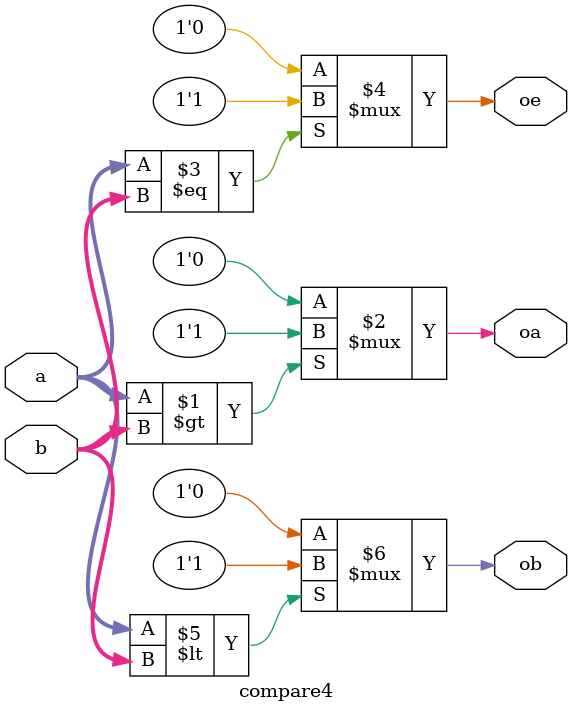
<source format=v>
`timescale 1ns / 1ps
module compare4(a,b,oa,oe,ob
    );
	 input [3:0] a,b;
	 output oa,oe,ob;
	 
	 assign oa=(a>b)? 1'b1:1'b0;
	 assign oe=(a==b)? 1'b1:1'b0;
	 assign ob=(a<b)? 1'b1:1'b0;


endmodule


</source>
